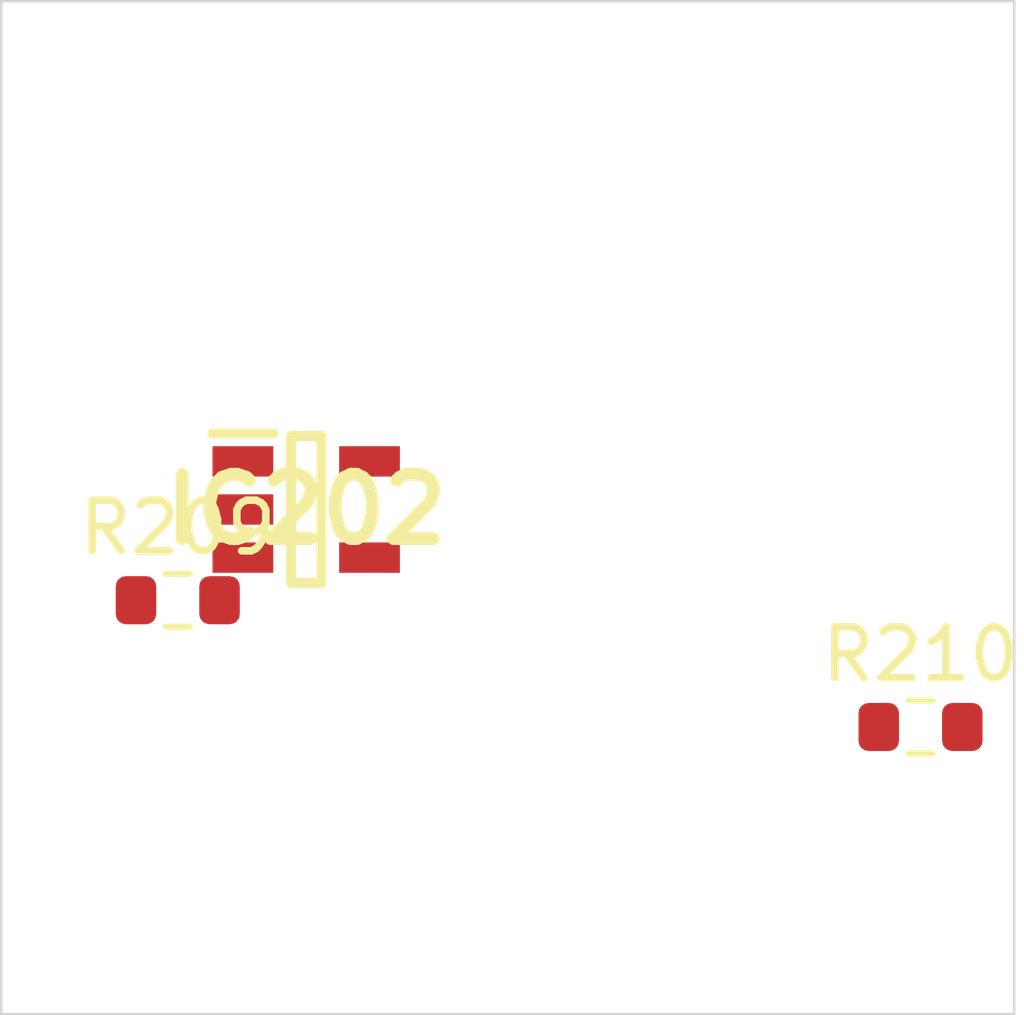
<source format=kicad_pcb>
 ( kicad_pcb  ( version 20171130 )
 ( host pcbnew 5.1.12-84ad8e8a86~92~ubuntu18.04.1 )
 ( general  ( thickness 1.6 )
 ( drawings 4 )
 ( tracks 0 )
 ( zones 0 )
 ( modules 3 )
 ( nets 5 )
)
 ( page A4 )
 ( layers  ( 0 F.Cu signal )
 ( 31 B.Cu signal )
 ( 32 B.Adhes user )
 ( 33 F.Adhes user )
 ( 34 B.Paste user )
 ( 35 F.Paste user )
 ( 36 B.SilkS user )
 ( 37 F.SilkS user )
 ( 38 B.Mask user )
 ( 39 F.Mask user )
 ( 40 Dwgs.User user )
 ( 41 Cmts.User user )
 ( 42 Eco1.User user )
 ( 43 Eco2.User user )
 ( 44 Edge.Cuts user )
 ( 45 Margin user )
 ( 46 B.CrtYd user )
 ( 47 F.CrtYd user )
 ( 48 B.Fab user )
 ( 49 F.Fab user )
)
 ( setup  ( last_trace_width 0.25 )
 ( trace_clearance 0.2 )
 ( zone_clearance 0.508 )
 ( zone_45_only no )
 ( trace_min 0.2 )
 ( via_size 0.8 )
 ( via_drill 0.4 )
 ( via_min_size 0.4 )
 ( via_min_drill 0.3 )
 ( uvia_size 0.3 )
 ( uvia_drill 0.1 )
 ( uvias_allowed no )
 ( uvia_min_size 0.2 )
 ( uvia_min_drill 0.1 )
 ( edge_width 0.05 )
 ( segment_width 0.2 )
 ( pcb_text_width 0.3 )
 ( pcb_text_size 1.5 1.5 )
 ( mod_edge_width 0.12 )
 ( mod_text_size 1 1 )
 ( mod_text_width 0.15 )
 ( pad_size 1.524 1.524 )
 ( pad_drill 0.762 )
 ( pad_to_mask_clearance 0 )
 ( aux_axis_origin 0 0 )
 ( visible_elements FFFFFF7F )
 ( pcbplotparams  ( layerselection 0x010fc_ffffffff )
 ( usegerberextensions false )
 ( usegerberattributes true )
 ( usegerberadvancedattributes true )
 ( creategerberjobfile true )
 ( excludeedgelayer true )
 ( linewidth 0.100000 )
 ( plotframeref false )
 ( viasonmask false )
 ( mode 1 )
 ( useauxorigin false )
 ( hpglpennumber 1 )
 ( hpglpenspeed 20 )
 ( hpglpendiameter 15.000000 )
 ( psnegative false )
 ( psa4output false )
 ( plotreference true )
 ( plotvalue true )
 ( plotinvisibletext false )
 ( padsonsilk false )
 ( subtractmaskfromsilk false )
 ( outputformat 1 )
 ( mirror false )
 ( drillshape 1 )
 ( scaleselection 1 )
 ( outputdirectory "" )
)
)
 ( net 0 "" )
 ( net 1 GND )
 ( net 2 VDDA )
 ( net 3 /Sheet6235D886/vp )
 ( net 4 "Net-(IC202-Pad3)" )
 ( net_class Default "This is the default net class."  ( clearance 0.2 )
 ( trace_width 0.25 )
 ( via_dia 0.8 )
 ( via_drill 0.4 )
 ( uvia_dia 0.3 )
 ( uvia_drill 0.1 )
 ( add_net /Sheet6235D886/vp )
 ( add_net GND )
 ( add_net "Net-(IC202-Pad3)" )
 ( add_net VDDA )
)
 ( module SOT95P280X145-5N locked  ( layer F.Cu )
 ( tedit 62336ED7 )
 ( tstamp 623423ED )
 ( at 86.020900 110.035000 )
 ( descr DBV0005A )
 ( tags "Integrated Circuit" )
 ( path /6235D887/6266C08E )
 ( attr smd )
 ( fp_text reference IC202  ( at 0 0 )
 ( layer F.SilkS )
 ( effects  ( font  ( size 1.27 1.27 )
 ( thickness 0.254 )
)
)
)
 ( fp_text value TL071HIDBVR  ( at 0 0 )
 ( layer F.SilkS )
hide  ( effects  ( font  ( size 1.27 1.27 )
 ( thickness 0.254 )
)
)
)
 ( fp_line  ( start -1.85 -1.5 )
 ( end -0.65 -1.5 )
 ( layer F.SilkS )
 ( width 0.2 )
)
 ( fp_line  ( start -0.3 1.45 )
 ( end -0.3 -1.45 )
 ( layer F.SilkS )
 ( width 0.2 )
)
 ( fp_line  ( start 0.3 1.45 )
 ( end -0.3 1.45 )
 ( layer F.SilkS )
 ( width 0.2 )
)
 ( fp_line  ( start 0.3 -1.45 )
 ( end 0.3 1.45 )
 ( layer F.SilkS )
 ( width 0.2 )
)
 ( fp_line  ( start -0.3 -1.45 )
 ( end 0.3 -1.45 )
 ( layer F.SilkS )
 ( width 0.2 )
)
 ( fp_line  ( start -0.8 -0.5 )
 ( end 0.15 -1.45 )
 ( layer Dwgs.User )
 ( width 0.1 )
)
 ( fp_line  ( start -0.8 1.45 )
 ( end -0.8 -1.45 )
 ( layer Dwgs.User )
 ( width 0.1 )
)
 ( fp_line  ( start 0.8 1.45 )
 ( end -0.8 1.45 )
 ( layer Dwgs.User )
 ( width 0.1 )
)
 ( fp_line  ( start 0.8 -1.45 )
 ( end 0.8 1.45 )
 ( layer Dwgs.User )
 ( width 0.1 )
)
 ( fp_line  ( start -0.8 -1.45 )
 ( end 0.8 -1.45 )
 ( layer Dwgs.User )
 ( width 0.1 )
)
 ( fp_line  ( start -2.1 1.775 )
 ( end -2.1 -1.775 )
 ( layer Dwgs.User )
 ( width 0.05 )
)
 ( fp_line  ( start 2.1 1.775 )
 ( end -2.1 1.775 )
 ( layer Dwgs.User )
 ( width 0.05 )
)
 ( fp_line  ( start 2.1 -1.775 )
 ( end 2.1 1.775 )
 ( layer Dwgs.User )
 ( width 0.05 )
)
 ( fp_line  ( start -2.1 -1.775 )
 ( end 2.1 -1.775 )
 ( layer Dwgs.User )
 ( width 0.05 )
)
 ( pad 1 smd rect  ( at -1.25 -0.95 90.000000 )
 ( size 0.6 1.2 )
 ( layers F.Cu F.Mask F.Paste )
 ( net 3 /Sheet6235D886/vp )
)
 ( pad 2 smd rect  ( at -1.25 0 90.000000 )
 ( size 0.6 1.2 )
 ( layers F.Cu F.Mask F.Paste )
 ( net 1 GND )
)
 ( pad 3 smd rect  ( at -1.25 0.95 90.000000 )
 ( size 0.6 1.2 )
 ( layers F.Cu F.Mask F.Paste )
 ( net 4 "Net-(IC202-Pad3)" )
)
 ( pad 4 smd rect  ( at 1.25 0.95 90.000000 )
 ( size 0.6 1.2 )
 ( layers F.Cu F.Mask F.Paste )
 ( net 3 /Sheet6235D886/vp )
)
 ( pad 5 smd rect  ( at 1.25 -0.95 90.000000 )
 ( size 0.6 1.2 )
 ( layers F.Cu F.Mask F.Paste )
 ( net 2 VDDA )
)
)
 ( module Resistor_SMD:R_0603_1608Metric  ( layer F.Cu )
 ( tedit 5F68FEEE )
 ( tstamp 62342595 )
 ( at 83.484800 111.826000 )
 ( descr "Resistor SMD 0603 (1608 Metric), square (rectangular) end terminal, IPC_7351 nominal, (Body size source: IPC-SM-782 page 72, https://www.pcb-3d.com/wordpress/wp-content/uploads/ipc-sm-782a_amendment_1_and_2.pdf), generated with kicad-footprint-generator" )
 ( tags resistor )
 ( path /6235D887/623CDBD9 )
 ( attr smd )
 ( fp_text reference R209  ( at 0 -1.43 )
 ( layer F.SilkS )
 ( effects  ( font  ( size 1 1 )
 ( thickness 0.15 )
)
)
)
 ( fp_text value 100k  ( at 0 1.43 )
 ( layer F.Fab )
 ( effects  ( font  ( size 1 1 )
 ( thickness 0.15 )
)
)
)
 ( fp_line  ( start -0.8 0.4125 )
 ( end -0.8 -0.4125 )
 ( layer F.Fab )
 ( width 0.1 )
)
 ( fp_line  ( start -0.8 -0.4125 )
 ( end 0.8 -0.4125 )
 ( layer F.Fab )
 ( width 0.1 )
)
 ( fp_line  ( start 0.8 -0.4125 )
 ( end 0.8 0.4125 )
 ( layer F.Fab )
 ( width 0.1 )
)
 ( fp_line  ( start 0.8 0.4125 )
 ( end -0.8 0.4125 )
 ( layer F.Fab )
 ( width 0.1 )
)
 ( fp_line  ( start -0.237258 -0.5225 )
 ( end 0.237258 -0.5225 )
 ( layer F.SilkS )
 ( width 0.12 )
)
 ( fp_line  ( start -0.237258 0.5225 )
 ( end 0.237258 0.5225 )
 ( layer F.SilkS )
 ( width 0.12 )
)
 ( fp_line  ( start -1.48 0.73 )
 ( end -1.48 -0.73 )
 ( layer F.CrtYd )
 ( width 0.05 )
)
 ( fp_line  ( start -1.48 -0.73 )
 ( end 1.48 -0.73 )
 ( layer F.CrtYd )
 ( width 0.05 )
)
 ( fp_line  ( start 1.48 -0.73 )
 ( end 1.48 0.73 )
 ( layer F.CrtYd )
 ( width 0.05 )
)
 ( fp_line  ( start 1.48 0.73 )
 ( end -1.48 0.73 )
 ( layer F.CrtYd )
 ( width 0.05 )
)
 ( fp_text user %R  ( at 0 0 )
 ( layer F.Fab )
 ( effects  ( font  ( size 0.4 0.4 )
 ( thickness 0.06 )
)
)
)
 ( pad 1 smd roundrect  ( at -0.825 0 )
 ( size 0.8 0.95 )
 ( layers F.Cu F.Mask F.Paste )
 ( roundrect_rratio 0.25 )
 ( net 2 VDDA )
)
 ( pad 2 smd roundrect  ( at 0.825 0 )
 ( size 0.8 0.95 )
 ( layers F.Cu F.Mask F.Paste )
 ( roundrect_rratio 0.25 )
 ( net 4 "Net-(IC202-Pad3)" )
)
 ( model ${KISYS3DMOD}/Resistor_SMD.3dshapes/R_0603_1608Metric.wrl  ( at  ( xyz 0 0 0 )
)
 ( scale  ( xyz 1 1 1 )
)
 ( rotate  ( xyz 0 0 0 )
)
)
)
 ( module Resistor_SMD:R_0603_1608Metric  ( layer F.Cu )
 ( tedit 5F68FEEE )
 ( tstamp 623425A6 )
 ( at 98.150600 114.329000 )
 ( descr "Resistor SMD 0603 (1608 Metric), square (rectangular) end terminal, IPC_7351 nominal, (Body size source: IPC-SM-782 page 72, https://www.pcb-3d.com/wordpress/wp-content/uploads/ipc-sm-782a_amendment_1_and_2.pdf), generated with kicad-footprint-generator" )
 ( tags resistor )
 ( path /6235D887/623CDBDF )
 ( attr smd )
 ( fp_text reference R210  ( at 0 -1.43 )
 ( layer F.SilkS )
 ( effects  ( font  ( size 1 1 )
 ( thickness 0.15 )
)
)
)
 ( fp_text value 100k  ( at 0 1.43 )
 ( layer F.Fab )
 ( effects  ( font  ( size 1 1 )
 ( thickness 0.15 )
)
)
)
 ( fp_line  ( start 1.48 0.73 )
 ( end -1.48 0.73 )
 ( layer F.CrtYd )
 ( width 0.05 )
)
 ( fp_line  ( start 1.48 -0.73 )
 ( end 1.48 0.73 )
 ( layer F.CrtYd )
 ( width 0.05 )
)
 ( fp_line  ( start -1.48 -0.73 )
 ( end 1.48 -0.73 )
 ( layer F.CrtYd )
 ( width 0.05 )
)
 ( fp_line  ( start -1.48 0.73 )
 ( end -1.48 -0.73 )
 ( layer F.CrtYd )
 ( width 0.05 )
)
 ( fp_line  ( start -0.237258 0.5225 )
 ( end 0.237258 0.5225 )
 ( layer F.SilkS )
 ( width 0.12 )
)
 ( fp_line  ( start -0.237258 -0.5225 )
 ( end 0.237258 -0.5225 )
 ( layer F.SilkS )
 ( width 0.12 )
)
 ( fp_line  ( start 0.8 0.4125 )
 ( end -0.8 0.4125 )
 ( layer F.Fab )
 ( width 0.1 )
)
 ( fp_line  ( start 0.8 -0.4125 )
 ( end 0.8 0.4125 )
 ( layer F.Fab )
 ( width 0.1 )
)
 ( fp_line  ( start -0.8 -0.4125 )
 ( end 0.8 -0.4125 )
 ( layer F.Fab )
 ( width 0.1 )
)
 ( fp_line  ( start -0.8 0.4125 )
 ( end -0.8 -0.4125 )
 ( layer F.Fab )
 ( width 0.1 )
)
 ( fp_text user %R  ( at 0 0 )
 ( layer F.Fab )
 ( effects  ( font  ( size 0.4 0.4 )
 ( thickness 0.06 )
)
)
)
 ( pad 2 smd roundrect  ( at 0.825 0 )
 ( size 0.8 0.95 )
 ( layers F.Cu F.Mask F.Paste )
 ( roundrect_rratio 0.25 )
 ( net 1 GND )
)
 ( pad 1 smd roundrect  ( at -0.825 0 )
 ( size 0.8 0.95 )
 ( layers F.Cu F.Mask F.Paste )
 ( roundrect_rratio 0.25 )
 ( net 4 "Net-(IC202-Pad3)" )
)
 ( model ${KISYS3DMOD}/Resistor_SMD.3dshapes/R_0603_1608Metric.wrl  ( at  ( xyz 0 0 0 )
)
 ( scale  ( xyz 1 1 1 )
)
 ( rotate  ( xyz 0 0 0 )
)
)
)
 ( gr_line  ( start 100 100 )
 ( end 100 120 )
 ( layer Edge.Cuts )
 ( width 0.05 )
 ( tstamp 62E770C4 )
)
 ( gr_line  ( start 80 120 )
 ( end 100 120 )
 ( layer Edge.Cuts )
 ( width 0.05 )
 ( tstamp 62E770C0 )
)
 ( gr_line  ( start 80 100 )
 ( end 100 100 )
 ( layer Edge.Cuts )
 ( width 0.05 )
 ( tstamp 6234110C )
)
 ( gr_line  ( start 80 100 )
 ( end 80 120 )
 ( layer Edge.Cuts )
 ( width 0.05 )
)
)

</source>
